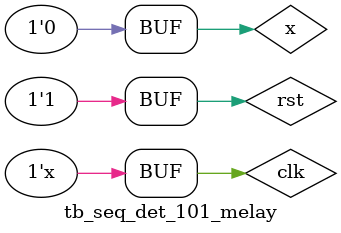
<source format=v>
module tb_seq_det_101_melay;

  reg clk;
  reg rst;
  reg x;
  wire y;

  // Instantiate Mealy FSM
  seq_det_101_mealy mealy_fsm (
    .rst(rst),
    .clk(clk),
    .x(x),
    .y(y)
  );

  // Clock generation (50 MHz)
  always #5 clk = ~clk;

  initial begin
    rst = 1'b0; clk = 1'b0; x = 1'b0;
    
	//@(posedge clk);
    // Input sequence to test "101" detection
	#5 rst = 1'b1; x = 0;
    #10 x = 1;
    #10 x = 1;
    #10 x = 1;
    #10 x = 0;
    #10 x = 1; // First "101" detected
    #10 x = 0;
    #10 x = 0;
    #10 x = 1; // Second "101" detected (overlapping)
    #10 x = 0;
    #10 x = 1;
    #10 x = 0;
    #10 x = 1; // Additional transitions to check FSM behavior
    #10 x = 0;
    #10 x = 0;

    #200;
  end
  
/*     initial begin
		rst = 1'b0; clk = 1'b0; x = 1'b0;
		// Reset
		#5 rst = 1'b1; 
		@(posedge clk); x = 0; // At clock edge
		@(posedge clk); x = 1; // Change x at next clock edge
		@(posedge clk); x = 1; // Change x again
		@(posedge clk); x = 1; // Stay high
		@(posedge clk); x = 0; // Change x to 0
		@(posedge clk); x = 1; // First "101" detected
		@(posedge clk); x = 0; // Change x to 0
		@(posedge clk); x = 0; // Change x to 0
		@(posedge clk); x = 1; // Second "101" detected (overlapping)
		@(posedge clk); x = 0; // Change x to 0
		@(posedge clk); x = 1; // Change x to 1
		@(posedge clk); x = 0; // Change x to 0
		@(posedge clk); x = 1; // Additional transitions to check FSM behavior
		@(posedge clk); x = 0; // Change x to 0
		@(posedge clk); x = 0; // Change x to 0
	end */

  // Display signals
  initial begin
    $monitor("Time: %0d | x: %b | y_mealy: %b | rst: %b", 
             $time, x, y, rst);
  end

endmodule

</source>
